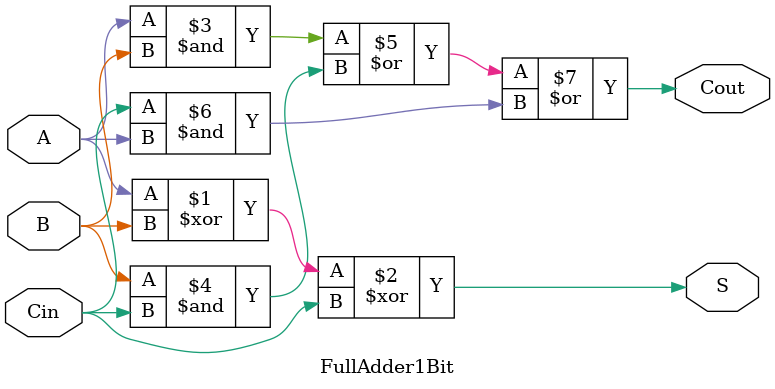
<source format=v>

`timescale 1ns / 1ps

module FullAdder1Bit(
    input A,B,Cin,
    output S,Cout
    );
	 
	 assign S = A^B^Cin;
	 assign Cout = A&B | B&Cin | Cin&A;
		

endmodule

</source>
